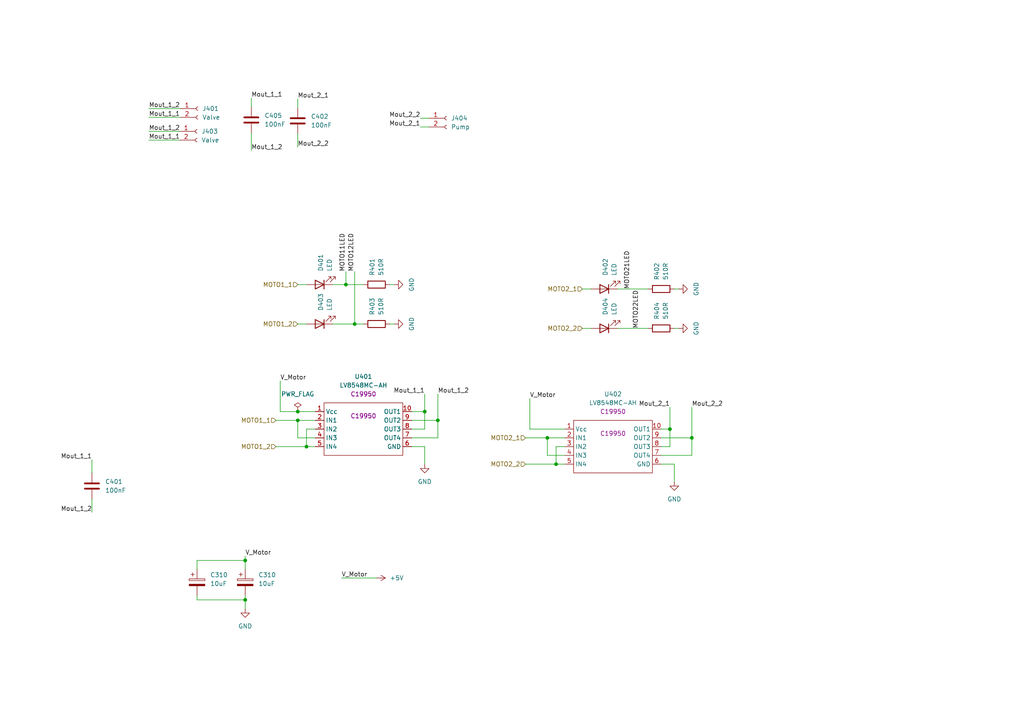
<source format=kicad_sch>
(kicad_sch (version 20230121) (generator eeschema)
  (paper "A4")
  (lib_symbols
    (symbol "Connector:Conn_01x02_Socket" (pin_names (offset 1.016) hide)
      (property "Reference" "J" (at 0 2.54 0))
      (property "Value" "Conn_01x02_Socket" (at 0 -5.08 0))
      (symbol "Conn_01x02_Socket_1_1"
        (arc (start 0 -2.032) (mid -0.5058 -2.54) (end 0 -3.048) (stroke (width 0.1524)))
        (polyline (pts (xy -1.27 -2.54) (xy -0.508 -2.54)) (stroke (width 0.1524)))
        (polyline (pts (xy -1.27 0) (xy -0.508 0)) (stroke (width 0.1524)))
        (arc (start 0 0.508) (mid -0.5058 0) (end 0 -0.508) (stroke (width 0.1524)))
        (pin passive line (at -5.08 0 0) (length 3.81) (name "Pin_1") (number "1"))
        (pin passive line (at -5.08 -2.54 0) (length 3.81) (name "Pin_2") (number "2"))
      )
    )
    (symbol "Device:C" (pin_numbers hide) (pin_names (offset 0.254))
      (property "Reference" "C" (at 0.635 2.54 0))
      (property "Value" "C" (at 0.635 -2.54 0))
      (symbol "C_0_1"
        (polyline (pts (xy -2.032 -0.762) (xy 2.032 -0.762)) (stroke (width 0.508)))
        (polyline (pts (xy -2.032 0.762) (xy 2.032 0.762)) (stroke (width 0.508)))
      )
      (symbol "C_1_1"
        (pin passive line (at 0 3.81 270) (length 2.794) (name "~") (number "1"))
        (pin passive line (at 0 -3.81 90) (length 2.794) (name "~") (number "2"))
      )
    )
    (symbol "Device:C_Polarized" (pin_numbers hide) (pin_names (offset 0.254))
      (property "Reference" "C" (at 0.635 2.54 0))
      (property "Value" "C_Polarized" (at 0.635 -2.54 0))
      (symbol "C_Polarized_0_1"
        (rectangle (start -2.286 0.508) (end 2.286 1.016))
        (polyline (pts (xy -1.778 2.286) (xy -0.762 2.286)))
        (polyline (pts (xy -1.27 2.794) (xy -1.27 1.778)))
        (rectangle (start 2.286 -0.508) (end -2.286 -1.016) (fill (type outline)))
      )
      (symbol "C_Polarized_1_1"
        (pin passive line (at 0 3.81 270) (length 2.794) (name "~") (number "1"))
        (pin passive line (at 0 -3.81 90) (length 2.794) (name "~") (number "2"))
      )
    )
    (symbol "Device:LED" (pin_numbers hide) (pin_names (offset 1.016) hide)
      (property "Reference" "D" (at 0 2.54 0))
      (property "Value" "LED" (at 0 -2.54 0))
      (symbol "LED_0_1"
        (polyline (pts (xy -1.27 -1.27) (xy -1.27 1.27)) (stroke (width 0.254)))
        (polyline (pts (xy -1.27 0) (xy 1.27 0)))
        (polyline (pts (xy 1.27 -1.27) (xy 1.27 1.27) (xy -1.27 0) (xy 1.27 -1.27)) (stroke (width 0.254)))
        (polyline (pts (xy -3.048 -0.762) (xy -4.572 -2.286) (xy -3.81 -2.286) (xy -4.572 -2.286) (xy -4.572 -1.524)))
        (polyline (pts (xy -1.778 -0.762) (xy -3.302 -2.286) (xy -2.54 -2.286) (xy -3.302 -2.286) (xy -3.302 -1.524)))
      )
      (symbol "LED_1_1"
        (pin passive line (at -3.81 0 0) (length 2.54) (name "K") (number "1"))
        (pin passive line (at 3.81 0 180) (length 2.54) (name "A") (number "2"))
      )
    )
    (symbol "Device:R" (pin_numbers hide) (pin_names (offset 0))
      (property "Reference" "R" (at 2.032 0 90))
      (property "Value" "R" (at 0 0 90))
      (symbol "R_0_1"
        (rectangle (start -1.016 -2.54) (end 1.016 2.54) (stroke (width 0.254)))
      )
      (symbol "R_1_1"
        (pin passive line (at 0 3.81 270) (length 1.27) (name "~") (number "1"))
        (pin passive line (at 0 -3.81 90) (length 1.27) (name "~") (number "2"))
      )
    )
    (symbol "LV8548MC-AH_1"
      (property "Reference" "U" (at 0 0 0))
      (property "Value" "LV8548MC-AH_1" (at 0 -6.35 0))
      (property "JCSC" "C19950" (at 0 3.81 0))
      (symbol "LV8548MC-AH_1_0_1"
        (rectangle (start -11.43 7.62) (end 11.43 -7.62))
      )
      (symbol "LV8548MC-AH_1_1_1"
        (pin power_in line (at -13.97 5.08 0) (length 2.54) (name "Vcc") (number "1"))
        (pin open_emitter line (at 13.97 5.08 180) (length 2.54) (name "OUT1") (number "10"))
        (pin input line (at -13.97 2.54 0) (length 2.54) (name "IN1") (number "2"))
        (pin input line (at -13.97 0 0) (length 2.54) (name "IN2") (number "3"))
        (pin input line (at -13.97 -2.54 0) (length 2.54) (name "IN3") (number "4"))
        (pin input line (at -13.97 -5.08 0) (length 2.54) (name "IN4") (number "5"))
        (pin power_in line (at 13.97 -5.08 180) (length 2.54) (name "GND") (number "6"))
        (pin open_emitter line (at 13.97 -2.54 180) (length 2.54) (name "OUT4") (number "7"))
        (pin open_emitter line (at 13.97 0 180) (length 2.54) (name "OUT3") (number "8"))
        (pin open_emitter line (at 13.97 2.54 180) (length 2.54) (name "OUT2") (number "9"))
      )
    )
    (symbol "digikey:LV8548MC-AH"
      (property "Reference" "U" (at 0 0 0))
      (property "Value" "LV8548MC-AH" (at 0 -6.35 0))
      (property "JCSC" "C19950" (at 0 3.81 0))
      (symbol "LV8548MC-AH_0_1"
        (rectangle (start -11.43 7.62) (end 11.43 -7.62))
      )
      (symbol "LV8548MC-AH_1_1"
        (pin power_in line (at -13.97 5.08 0) (length 2.54) (name "Vcc") (number "1"))
        (pin open_emitter line (at 13.97 5.08 180) (length 2.54) (name "OUT1") (number "10"))
        (pin input line (at -13.97 2.54 0) (length 2.54) (name "IN1") (number "2"))
        (pin input line (at -13.97 0 0) (length 2.54) (name "IN2") (number "3"))
        (pin input line (at -13.97 -2.54 0) (length 2.54) (name "IN3") (number "4"))
        (pin input line (at -13.97 -5.08 0) (length 2.54) (name "IN4") (number "5"))
        (pin power_in line (at 13.97 -5.08 180) (length 2.54) (name "GND") (number "6"))
        (pin open_emitter line (at 13.97 -2.54 180) (length 2.54) (name "OUT4") (number "7"))
        (pin open_emitter line (at 13.97 0 180) (length 2.54) (name "OUT3") (number "8"))
        (pin open_emitter line (at 13.97 2.54 180) (length 2.54) (name "OUT2") (number "9"))
      )
    )
    (symbol "power:+5V" (power) (pin_names (offset 0))
      (property "Value" "+5V" (at 0 3.556 0))
      (symbol "+5V_0_1"
        (polyline (pts (xy -0.762 1.27) (xy 0 2.54)))
        (polyline (pts (xy 0 0) (xy 0 2.54)))
        (polyline (pts (xy 0 2.54) (xy 0.762 1.27)))
      )
      (symbol "+5V_1_1"
        (pin power_in line (at 0 0 90) (length 0) hide (name "+5V") (number "1"))
      )
    )
    (symbol "power:GND" (power) (pin_names (offset 0))
      (property "Value" "GND" (at 0 -3.81 0))
      (symbol "GND_0_1"
        (polyline (pts (xy 0 0) (xy 0 -1.27) (xy 1.27 -1.27) (xy 0 -2.54) (xy -1.27 -1.27) (xy 0 -1.27)))
      )
      (symbol "GND_1_1"
        (pin power_in line (at 0 0 270) (length 0) hide (name "GND") (number "1"))
      )
    )
    (symbol "power:PWR_FLAG" (power) (pin_numbers hide) (pin_names (offset 0) hide)
      (property "Value" "PWR_FLAG" (at 0 3.81 0))
      (symbol "PWR_FLAG_0_0"
        (pin power_out line (at 0 0 90) (length 0) (name "pwr") (number "1"))
      )
      (symbol "PWR_FLAG_0_1"
        (polyline (pts (xy 0 0) (xy 0 1.27) (xy -1.016 1.905) (xy 0 2.54) (xy 1.016 1.905) (xy 0 1.27)))
      )
    )
  )
  (junction (at 71.12 173.99))
  (junction (at 123.19 119.38))
  (junction (at 127 121.92))
  (junction (at 102.87 93.98))
  (junction (at 71.12 162.56))
  (junction (at 200.66 127))
  (junction (at 194.31 124.46))
  (junction (at 86.36 121.92))
  (junction (at 158.75 127))
  (junction (at 100.33 82.55))
  (junction (at 88.9 129.54))
  (junction (at 86.36 119.38))
  (junction (at 161.29 134.62))
  (wire (pts (xy 91.44 127) (xy 86.36 127)))
  (wire (pts (xy 71.12 172.72) (xy 71.12 173.99)))
  (wire (pts (xy 81.28 110.49) (xy 81.28 119.38)))
  (wire (pts (xy 161.29 129.54) (xy 161.29 134.62)))
  (wire (pts (xy 26.67 133.35) (xy 26.67 137.16)))
  (wire (pts (xy 163.83 129.54) (xy 161.29 129.54)))
  (wire (pts (xy 152.4 127) (xy 158.75 127)))
  (wire (pts (xy 152.4 134.62) (xy 161.29 134.62)))
  (wire (pts (xy 80.01 121.92) (xy 86.36 121.92)))
  (wire (pts (xy 179.07 95.25) (xy 187.96 95.25)))
  (wire (pts (xy 80.01 129.54) (xy 88.9 129.54)))
  (wire (pts (xy 100.33 78.74) (xy 100.33 82.55)))
  (wire (pts (xy 102.87 78.74) (xy 102.87 93.98)))
  (wire (pts (xy 153.67 115.57) (xy 153.67 124.46)))
  (wire (pts (xy 100.33 82.55) (xy 105.41 82.55)))
  (wire (pts (xy 57.15 162.56) (xy 71.12 162.56)))
  (wire (pts (xy 195.58 83.82) (xy 196.85 83.82)))
  (wire (pts (xy 91.44 119.38) (xy 86.36 119.38)))
  (wire (pts (xy 96.52 93.98) (xy 102.87 93.98)))
  (wire (pts (xy 102.87 93.98) (xy 105.41 93.98)))
  (wire (pts (xy 86.36 38.862) (xy 86.36 42.672)))
  (wire (pts (xy 113.03 93.98) (xy 114.3 93.98)))
  (wire (pts (xy 168.91 83.82) (xy 171.45 83.82)))
  (wire (pts (xy 191.77 127) (xy 200.66 127)))
  (wire (pts (xy 99.06 167.64) (xy 109.22 167.64)))
  (wire (pts (xy 86.36 82.55) (xy 88.9 82.55)))
  (wire (pts (xy 71.12 161.29) (xy 71.12 162.56)))
  (wire (pts (xy 123.19 114.3) (xy 123.19 119.38)))
  (wire (pts (xy 127 114.3) (xy 127 121.92)))
  (wire (pts (xy 113.03 82.55) (xy 114.3 82.55)))
  (wire (pts (xy 43.18 34.036) (xy 52.324 34.036)))
  (wire (pts (xy 121.92 36.83) (xy 124.46 36.83)))
  (wire (pts (xy 86.36 127) (xy 86.36 121.92)))
  (wire (pts (xy 121.92 34.29) (xy 124.46 34.29)))
  (wire (pts (xy 86.36 121.92) (xy 91.44 121.92)))
  (wire (pts (xy 88.9 129.54) (xy 91.44 129.54)))
  (wire (pts (xy 119.38 127) (xy 127 127)))
  (wire (pts (xy 96.52 82.55) (xy 100.33 82.55)))
  (wire (pts (xy 88.9 124.46) (xy 88.9 129.54)))
  (wire (pts (xy 26.67 144.78) (xy 26.67 148.59)))
  (wire (pts (xy 43.18 40.64) (xy 52.07 40.64)))
  (wire (pts (xy 191.77 132.08) (xy 200.66 132.08)))
  (wire (pts (xy 57.15 165.1) (xy 57.15 162.56)))
  (wire (pts (xy 71.12 162.56) (xy 71.12 165.1)))
  (wire (pts (xy 158.75 132.08) (xy 158.75 127)))
  (wire (pts (xy 194.31 129.54) (xy 194.31 124.46)))
  (wire (pts (xy 158.75 127) (xy 163.83 127)))
  (wire (pts (xy 161.29 134.62) (xy 163.83 134.62)))
  (wire (pts (xy 200.66 118.11) (xy 200.66 127)))
  (wire (pts (xy 119.38 124.46) (xy 123.19 124.46)))
  (wire (pts (xy 191.77 134.62) (xy 195.58 134.62)))
  (wire (pts (xy 71.12 173.99) (xy 71.12 176.53)))
  (wire (pts (xy 179.07 83.82) (xy 187.96 83.82)))
  (wire (pts (xy 163.83 132.08) (xy 158.75 132.08)))
  (wire (pts (xy 191.77 124.46) (xy 194.31 124.46)))
  (wire (pts (xy 86.36 119.38) (xy 81.28 119.38)))
  (wire (pts (xy 123.19 119.38) (xy 123.19 124.46)))
  (wire (pts (xy 57.15 172.72) (xy 57.15 173.99)))
  (wire (pts (xy 91.44 124.46) (xy 88.9 124.46)))
  (wire (pts (xy 119.38 119.38) (xy 123.19 119.38)))
  (wire (pts (xy 57.15 173.99) (xy 71.12 173.99)))
  (wire (pts (xy 86.36 28.702) (xy 86.36 31.242)))
  (wire (pts (xy 194.31 118.11) (xy 194.31 124.46)))
  (wire (pts (xy 195.58 95.25) (xy 196.85 95.25)))
  (wire (pts (xy 119.38 129.54) (xy 123.19 129.54)))
  (wire (pts (xy 191.77 129.54) (xy 194.31 129.54)))
  (wire (pts (xy 86.36 93.98) (xy 88.9 93.98)))
  (wire (pts (xy 72.898 38.608) (xy 72.898 43.688)))
  (wire (pts (xy 119.38 121.92) (xy 127 121.92)))
  (wire (pts (xy 72.898 28.448) (xy 72.898 30.988)))
  (wire (pts (xy 43.18 38.1) (xy 52.07 38.1)))
  (wire (pts (xy 123.19 129.54) (xy 123.19 134.62)))
  (wire (pts (xy 163.83 124.46) (xy 153.67 124.46)))
  (wire (pts (xy 127 121.92) (xy 127 127)))
  (wire (pts (xy 168.91 95.25) (xy 171.45 95.25)))
  (wire (pts (xy 195.58 134.62) (xy 195.58 139.7)))
  (wire (pts (xy 200.66 127) (xy 200.66 132.08)))
  (wire (pts (xy 43.18 31.496) (xy 52.324 31.496)))
  (label "Mout_2_1" (at 86.36 28.702 0))
  (label "Mout_1_1" (at 43.18 40.64 0))
  (label "Mout_1_2" (at 43.18 31.496 0))
  (label "Mout_2_1" (at 194.31 118.11 180))
  (label "MOTO22LED" (at 185.42 95.25 90))
  (label "Mout_1_2" (at 72.898 43.688 0))
  (label "MOTO12LED" (at 102.87 78.74 90))
  (label "Mout_1_1" (at 43.18 34.036 0))
  (label "Mout_1_1" (at 123.19 114.3 180))
  (label "Mout_1_2" (at 43.18 38.1 0))
  (label "V_Motor" (at 99.06 167.64 0))
  (label "V_Motor" (at 71.12 161.29 0))
  (label "Mout_2_2" (at 86.36 42.672 0))
  (label "Mout_1_1" (at 26.67 133.35 180))
  (label "Mout_1_2" (at 127 114.3 0))
  (label "MOTO11LED" (at 100.33 78.74 90))
  (label "Mout_1_1" (at 72.898 28.448 0))
  (label "Mout_1_2" (at 26.67 148.59 180))
  (label "V_Motor" (at 81.28 110.49 0))
  (label "Mout_2_2" (at 200.66 118.11 0))
  (label "Mout_2_1" (at 121.92 36.83 180))
  (label "MOTO21LED" (at 182.88 83.82 90))
  (label "Mout_2_2" (at 121.92 34.29 180))
  (label "V_Motor" (at 153.67 115.57 0))
  (hierarchical_label "MOTO1_1" (shape input) (at 80.01 121.92 180))
  (hierarchical_label "MOTO1_2" (shape input) (at 80.01 129.54 180))
  (hierarchical_label "MOTO1_1" (shape input) (at 86.36 82.55 180))
  (hierarchical_label "MOTO1_2" (shape input) (at 86.36 93.98 180))
  (hierarchical_label "MOTO2_1" (shape input) (at 168.91 83.82 180))
  (hierarchical_label "MOTO2_2" (shape input) (at 168.91 95.25 180))
  (hierarchical_label "MOTO2_1" (shape input) (at 152.4 127 180))
  (hierarchical_label "MOTO2_2" (shape input) (at 152.4 134.62 180))
  (symbol (lib_id "power:GND") (at 196.85 83.82 90) (unit 1)
    (property "Reference" "#PWR0402" (effects hide))
    (property "Value" "GND" (at 201.93 83.82 0))
  )
  (symbol (lib_name "LV8548MC-AH_1") (lib_id "digikey:LV8548MC-AH") (at 177.8 129.54 0) (unit 1)
    (property "Reference" "U402" (at 177.8 114.3 0))
    (property "Value" "LV8548MC-AH" (at 177.8 116.84 0))
    (property "Footprint" "digikey:SOIC-10-1mm" (effects hide))
    (property "Datasheet" "https://datasheet.lcsc.com/lcsc/1810271112_onsemi-LV8548MC-AH_C19950.pdf" (effects hide))
    (property "LCSC" "C19950" (at 177.8 119.38 0))
    (property "JCSC" "C19950" (at 177.8 125.73 0))
  )
  (symbol (lib_id "digikey:LV8548MC-AH") (at 105.41 124.46 0) (unit 1)
    (property "Reference" "U401" (at 105.41 109.22 0))
    (property "Value" "LV8548MC-AH" (at 105.41 111.76 0))
    (property "Footprint" "digikey:SOIC-10-1mm" (effects hide))
    (property "Datasheet" "https://datasheet.lcsc.com/lcsc/1810271112_onsemi-LV8548MC-AH_C19950.pdf" (effects hide))
    (property "LCSC" "C19950" (at 105.41 114.3 0))
    (property "JCSC" "C19950" (at 105.41 120.65 0))
  )
  (symbol (lib_id "power:+5V") (at 109.22 167.64 270) (unit 1)
    (property "Reference" "#PWR0408" (effects hide))
    (property "Value" "+5V" (at 113.03 167.6399 90) (effects (justify left)))
  )
  (symbol (lib_id "Device:C") (at 86.36 35.052 0) (unit 1)
    (property "Reference" "C402" (at 90.17 33.7819 0) (effects (justify left)))
    (property "Value" "100nF" (at 90.17 36.3219 0) (effects (justify left)))
    (property "Footprint" "Capacitor_SMD:C_0402_1005Metric" (effects hide))
    (property "LCSC" "C1525" (effects hide))
    (property "Part" "CL05B104KO5NNNC" (effects hide))
  )
  (symbol (lib_id "power:GND") (at 114.3 93.98 90) (unit 1)
    (property "Reference" "#PWR0403" (effects hide))
    (property "Value" "GND" (at 119.38 93.98 0))
  )
  (symbol (lib_id "Device:R") (at 109.22 93.98 90) (unit 1)
    (property "Reference" "R403" (at 107.9499 91.44 0) (effects (justify left)))
    (property "Value" "510R" (at 110.4899 91.44 0) (effects (justify left)))
    (property "Footprint" "Resistor_SMD:R_0402_1005Metric" (effects hide))
    (property "LCSC" "C25123" (effects hide))
  )
  (symbol (lib_id "power:GND") (at 114.3 82.55 90) (unit 1)
    (property "Reference" "#PWR0401" (effects hide))
    (property "Value" "GND" (at 119.38 82.55 0))
  )
  (symbol (lib_id "Device:LED") (at 92.71 93.98 180) (unit 1)
    (property "Reference" "D403" (at 93.0274 90.17 90) (effects (justify right)))
    (property "Value" "LED" (at 95.5674 90.17 90) (effects (justify right)))
    (property "Footprint" "LED_SMD:LED_0603_1608Metric" (effects hide))
    (property "LCSC" "C72043" (effects hide))
  )
  (symbol (lib_id "Connector:Conn_01x02_Socket") (at 57.15 38.1 0) (unit 1)
    (property "Reference" "J403" (at 58.42 38.1 0) (effects (justify left)))
    (property "Value" "Valve" (at 58.42 40.64 0) (effects (justify left)))
    (property "Footprint" "Connector_JST:JST_XH_S2B-XH-A-1_1x02_P2.50mm_Horizontal" (effects hide))
  )
  (symbol (lib_id "Device:C_Polarized") (at 57.15 168.91 0) (unit 1)
    (property "Reference" "C310" (at 60.96 166.7509 0) (effects (justify left)))
    (property "Value" "10uF" (at 60.96 169.2909 0) (effects (justify left)))
    (property "Footprint" "Capacitor_Tantalum_SMD:CP_EIA-3216-18_Kemet-A" (effects hide))
    (property "LCSC" "C128254" (effects hide))
    (instances (project "motor_adapter" (path "" (reference "C310") (unit 1)) (path "" (reference "C404") (unit 1))))
  )
  (symbol (lib_id "Device:LED") (at 175.26 83.82 180) (unit 1)
    (property "Reference" "D402" (at 175.5774 80.01 90) (effects (justify right)))
    (property "Value" "LED" (at 178.1174 80.01 90) (effects (justify right)))
    (property "Footprint" "LED_SMD:LED_0603_1608Metric" (effects hide))
    (property "LCSC" "C72043" (effects hide))
  )
  (symbol (lib_id "Device:R") (at 191.77 83.82 90) (unit 1)
    (property "Reference" "R402" (at 190.4999 81.28 0) (effects (justify left)))
    (property "Value" "510R" (at 193.0399 81.28 0) (effects (justify left)))
    (property "Footprint" "Resistor_SMD:R_0402_1005Metric" (effects hide))
    (property "LCSC" "C25123" (effects hide))
  )
  (symbol (lib_id "Connector:Conn_01x02_Socket") (at 57.404 31.496 0) (unit 1)
    (property "Reference" "J401" (at 58.674 31.496 0) (effects (justify left)))
    (property "Value" "Valve" (at 58.674 34.036 0) (effects (justify left)))
    (property "Footprint" "Connector_JST:JST_XH_S2B-XH-A-1_1x02_P2.50mm_Horizontal" (effects hide))
  )
  (symbol (lib_id "Device:LED") (at 92.71 82.55 180) (unit 1)
    (property "Reference" "D401" (at 93.0274 78.74 90) (effects (justify right)))
    (property "Value" "LED" (at 95.5674 78.74 90) (effects (justify right)))
    (property "Footprint" "LED_SMD:LED_0603_1608Metric" (effects hide))
    (property "LCSC" "C72043" (effects hide))
  )
  (symbol (lib_id "power:GND") (at 195.58 139.7 0) (unit 1)
    (property "Reference" "#PWR0406" (effects hide))
    (property "Value" "GND" (at 195.58 144.78 0))
  )
  (symbol (lib_id "power:GND") (at 71.12 176.53 0) (unit 1)
    (property "Reference" "#PWR0409" (effects hide))
    (property "Value" "GND" (at 71.12 181.61 0))
  )
  (symbol (lib_id "Device:LED") (at 175.26 95.25 180) (unit 1)
    (property "Reference" "D404" (at 175.5774 91.44 90) (effects (justify right)))
    (property "Value" "LED" (at 178.1174 91.44 90) (effects (justify right)))
    (property "Footprint" "LED_SMD:LED_0603_1608Metric" (effects hide))
    (property "LCSC" "C72043" (effects hide))
  )
  (symbol (lib_id "Device:C") (at 26.67 140.97 0) (unit 1)
    (property "Reference" "C401" (at 30.48 139.6999 0) (effects (justify left)))
    (property "Value" "100nF" (at 30.48 142.2399 0) (effects (justify left)))
    (property "Footprint" "Capacitor_SMD:C_0402_1005Metric" (effects hide))
    (property "LCSC" "C1525" (effects hide))
    (property "Part" "CL05B104KO5NNNC" (effects hide))
  )
  (symbol (lib_id "power:GND") (at 196.85 95.25 90) (unit 1)
    (property "Reference" "#PWR0404" (effects hide))
    (property "Value" "GND" (at 201.93 95.25 0))
  )
  (symbol (lib_id "power:GND") (at 123.19 134.62 0) (unit 1)
    (property "Reference" "#PWR0405" (effects hide))
    (property "Value" "GND" (at 123.19 139.7 0))
  )
  (symbol (lib_id "Device:R") (at 109.22 82.55 90) (unit 1)
    (property "Reference" "R401" (at 107.9499 80.01 0) (effects (justify left)))
    (property "Value" "510R" (at 110.4899 80.01 0) (effects (justify left)))
    (property "Footprint" "Resistor_SMD:R_0402_1005Metric" (effects hide))
    (property "LCSC" "C25123" (effects hide))
  )
  (symbol (lib_id "Device:C") (at 72.898 34.798 0) (unit 1)
    (property "Reference" "C405" (at 76.708 33.5279 0) (effects (justify left)))
    (property "Value" "100nF" (at 76.708 36.0679 0) (effects (justify left)))
    (property "Footprint" "Capacitor_SMD:C_0402_1005Metric" (effects hide))
    (property "LCSC" "C1525" (effects hide))
    (property "Part" "CL05B104KO5NNNC" (effects hide))
  )
  (symbol (lib_id "Connector:Conn_01x02_Socket") (at 129.54 34.29 0) (unit 1)
    (property "Reference" "J404" (at 130.81 34.29 0) (effects (justify left)))
    (property "Value" "Pump" (at 130.81 36.83 0) (effects (justify left)))
    (property "Footprint" "Connector_JST:JST_PH_S2B-PH-SM4-TB_1x02-1MP_P2.00mm_Horizontal" (effects hide))
  )
  (symbol (lib_id "Device:C_Polarized") (at 71.12 168.91 0) (unit 1)
    (property "Reference" "C310" (at 74.93 166.7509 0) (effects (justify left)))
    (property "Value" "10uF" (at 74.93 169.2909 0) (effects (justify left)))
    (property "Footprint" "Capacitor_Tantalum_SMD:CP_EIA-3216-18_Kemet-A" (effects hide))
    (property "LCSC" "C128254" (effects hide))
    (instances (project "motor_adapter" (path "" (reference "C310") (unit 1)) (path "" (reference "C403") (unit 1))))
  )
  (symbol (lib_id "Device:R") (at 191.77 95.25 90) (unit 1)
    (property "Reference" "R404" (at 190.4999 92.71 0) (effects (justify left)))
    (property "Value" "510R" (at 193.0399 92.71 0) (effects (justify left)))
    (property "Footprint" "Resistor_SMD:R_0402_1005Metric" (effects hide))
    (property "LCSC" "C25123" (effects hide))
  )
  (symbol (lib_id "power:PWR_FLAG") (at 86.36 119.38 0) (unit 1)
    (property "Reference" "#FLG0401" (effects hide))
    (property "Value" "PWR_FLAG" (at 86.36 114.3 0))
  )
)
</source>
